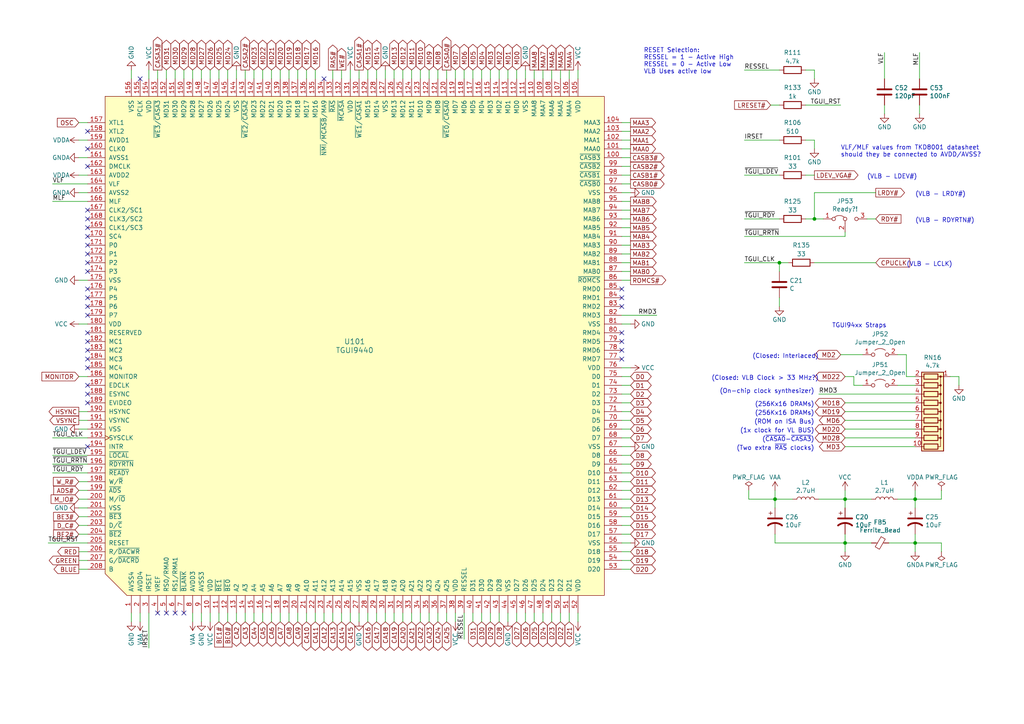
<source format=kicad_sch>
(kicad_sch (version 20211123) (generator eeschema)
  (paper "A4")
  (title_block (title "486 Sandy River Motherboard"))
  (lib_symbols
    (symbol "Device:C" (pin_numbers hide) (pin_names (offset 0.254))
      (property "Reference" "C" (at 0.635 2.54 0))
      (property "Value" "C" (at 0.635 -2.54 0))
      (symbol "C_1_1"
        (pin passive line (at 0 3.81 270) (length 2.794) (name "~") (number "1"))
        (pin passive line (at 0 -3.81 90) (length 2.794) (name "~") (number "2"))
      )
    )
    (symbol "Device:C_Polarized_US" (pin_numbers hide) (pin_names (offset 0.254) hide)
      (property "Reference" "C" (at 0.635 2.54 0))
      (property "Value" "C_Polarized_US" (at 0.635 -2.54 0))
      (symbol "C_Polarized_US_1_1"
        (pin passive line (at 0 3.81 270) (length 2.794) (name "~") (number "1"))
        (pin passive line (at 0 -3.81 90) (length 3.302) (name "~") (number "2"))
      )
    )
    (symbol "Device:FerriteBead_Small" (pin_numbers hide) (pin_names (offset 0))
      (property "Reference" "FB" (at 1.905 1.27 0))
      (property "Value" "FerriteBead_Small" (at 1.905 -1.27 0))
      (symbol "FerriteBead_Small_1_1"
        (pin passive line (at 0 2.54 270) (length 1.27) (name "~") (number "1"))
        (pin passive line (at 0 -2.54 90) (length 1.27) (name "~") (number "2"))
      )
    )
    (symbol "Device:L" (pin_numbers hide) (pin_names (offset 1.016) hide)
      (property "Reference" "L" (at -1.27 0 90))
      (property "Value" "L" (at 1.905 0 90))
      (symbol "L_1_1"
        (pin passive line (at 0 3.81 270) (length 1.27) (name "1") (number "1"))
        (pin passive line (at 0 -3.81 90) (length 1.27) (name "2") (number "2"))
      )
    )
    (symbol "Device:R" (pin_numbers hide) (pin_names (offset 0))
      (property "Reference" "R" (at 2.032 0 90))
      (property "Value" "R" (at 0 0 90))
      (symbol "R_1_1"
        (pin passive line (at 0 3.81 270) (length 1.27) (name "~") (number "1"))
        (pin passive line (at 0 -3.81 90) (length 1.27) (name "~") (number "2"))
      )
    )
    (symbol "Device:R_Network09" (pin_names (offset 0) hide)
      (property "Reference" "RN" (at -12.7 0 90))
      (property "Value" "R_Network09" (at 12.7 0 90))
      (symbol "R_Network09_1_1"
        (pin passive line (at -10.16 5.08 270) (length 2.54) (name "common") (number "1"))
        (pin passive line (at 10.16 -5.08 90) (length 1.27) (name "R9") (number "10"))
        (pin passive line (at -10.16 -5.08 90) (length 1.27) (name "R1") (number "2"))
        (pin passive line (at -7.62 -5.08 90) (length 1.27) (name "R2") (number "3"))
        (pin passive line (at -5.08 -5.08 90) (length 1.27) (name "R3") (number "4"))
        (pin passive line (at -2.54 -5.08 90) (length 1.27) (name "R4") (number "5"))
        (pin passive line (at 0 -5.08 90) (length 1.27) (name "R5") (number "6"))
        (pin passive line (at 2.54 -5.08 90) (length 1.27) (name "R6") (number "7"))
        (pin passive line (at 5.08 -5.08 90) (length 1.27) (name "R7") (number "8"))
        (pin passive line (at 7.62 -5.08 90) (length 1.27) (name "R8") (number "9"))
      )
    )
    (symbol "Jumper:Jumper_2_Open" (pin_names (offset 0) hide)
      (property "Reference" "JP" (at 0 2.794 0))
      (property "Value" "Jumper_2_Open" (at 0 -2.286 0))
      (symbol "Jumper_2_Open_1_1"
        (pin passive line (at -5.08 0 0) (length 2.54) (name "A") (number "1"))
        (pin passive line (at 5.08 0 180) (length 2.54) (name "B") (number "2"))
      )
    )
    (symbol "my_components:Jumper_3_Bridged12_Passive" (pin_names (offset 0) hide)
      (property "Reference" "JP" (at -2.54 -2.54 0))
      (property "Value" "Jumper_3_Bridged12_Passive" (at 0 2.794 0))
      (symbol "Jumper_3_Bridged12_Passive_1_1"
        (pin passive line (at -6.35 0 0) (length 2.54) (name "A") (number "1"))
        (pin passive line (at 0 -3.81 90) (length 2.54) (name "C") (number "2"))
        (pin passive line (at 6.35 0 180) (length 2.54) (name "B") (number "3"))
      )
    )
    (symbol "my_components:TGUI9440" (pin_names (offset 1.016))
      (property "Reference" "U" (at 0 1.27 0))
      (property "Value" "TGUI9440" (at 0 -1.27 0))
      (symbol "TGUI9440_1_1"
        (pin power_in line (at -64.77 -77.47 90) (length 5.08) (name "AVSS4") (number "1"))
        (pin power_in line (at -41.91 -77.47 90) (length 5.08) (name "VDD") (number "10"))
        (pin output line (at 77.47 54.61 180) (length 5.08) (name "~{CASB3}") (number "100"))
        (pin output line (at 77.47 57.15 180) (length 5.08) (name "MAA0") (number "101"))
        (pin output line (at 77.47 59.69 180) (length 5.08) (name "MAA1") (number "102"))
        (pin output line (at 77.47 62.23 180) (length 5.08) (name "MAA2") (number "103"))
        (pin output line (at 77.47 64.77 180) (length 5.08) (name "MAA3") (number "104"))
        (pin power_in line (at 64.77 77.47 270) (length 5.08) (name "VDD") (number "105"))
        (pin output line (at 62.23 77.47 270) (length 5.08) (name "MAA4") (number "106"))
        (pin output line (at 59.69 77.47 270) (length 5.08) (name "MAA5") (number "107"))
        (pin output line (at 57.15 77.47 270) (length 5.08) (name "MAA6") (number "108"))
        (pin output line (at 54.61 77.47 270) (length 5.08) (name "MAA7") (number "109"))
        (pin input line (at -39.37 -77.47 90) (length 5.08) (name "~{BE1}") (number "11"))
        (pin output line (at 52.07 77.47 270) (length 5.08) (name "MAA8") (number "110"))
        (pin power_in line (at 49.53 77.47 270) (length 5.08) (name "VSS") (number "111"))
        (pin tri_state line (at 46.99 77.47 270) (length 5.08) (name "MD0") (number "112"))
        (pin tri_state line (at 44.45 77.47 270) (length 5.08) (name "MD1") (number "113"))
        (pin tri_state line (at 41.91 77.47 270) (length 5.08) (name "MD2") (number "114"))
        (pin tri_state line (at 39.37 77.47 270) (length 5.08) (name "MD3") (number "115"))
        (pin tri_state line (at 36.83 77.47 270) (length 5.08) (name "MD4") (number "116"))
        (pin tri_state line (at 34.29 77.47 270) (length 5.08) (name "MD5") (number "117"))
        (pin tri_state line (at 31.75 77.47 270) (length 5.08) (name "MD6") (number "118"))
        (pin tri_state line (at 29.21 77.47 270) (length 5.08) (name "MD7") (number "119"))
        (pin input line (at -36.83 -77.47 90) (length 5.08) (name "~{BE0}") (number "12"))
        (pin output line (at 26.67 77.47 270) (length 5.08) (name "~{WE0}/~{CASA0}") (number "120"))
        (pin tri_state line (at 24.13 77.47 270) (length 5.08) (name "MD8") (number "121"))
        (pin tri_state line (at 21.59 77.47 270) (length 5.08) (name "MD9") (number "122"))
        (pin tri_state line (at 19.05 77.47 270) (length 5.08) (name "MD10") (number "123"))
        (pin tri_state line (at 16.51 77.47 270) (length 5.08) (name "MD11") (number "124"))
        (pin tri_state line (at 13.97 77.47 270) (length 5.08) (name "MD12") (number "125"))
        (pin tri_state line (at 11.43 77.47 270) (length 5.08) (name "MD13") (number "126"))
        (pin power_in line (at 8.89 77.47 270) (length 5.08) (name "VSS") (number "127"))
        (pin tri_state line (at 6.35 77.47 270) (length 5.08) (name "MD14") (number "128"))
        (pin tri_state line (at 3.81 77.47 270) (length 5.08) (name "MD15") (number "129"))
        (pin input line (at -34.29 -77.47 90) (length 5.08) (name "A2") (number "13"))
        (pin output line (at 1.27 77.47 270) (length 5.08) (name "~{WE1}/~{CASA1}") (number "130"))
        (pin power_in line (at -1.27 77.47 270) (length 5.08) (name "VDD") (number "131"))
        (pin output line (at -3.81 77.47 270) (length 5.08) (name "~{MCASA}") (number "132"))
        (pin output line (at -6.35 77.47 270) (length 5.08) (name "~{RAS}") (number "133"))
        (pin output line (at -8.89 77.47 270) (length 5.08) (name "~{NMI}/~{MCASB}/MA9") (number "134"))
        (pin tri_state line (at -11.43 77.47 270) (length 5.08) (name "MD16") (number "135"))
        (pin tri_state line (at -13.97 77.47 270) (length 5.08) (name "MD17") (number "136"))
        (pin tri_state line (at -16.51 77.47 270) (length 5.08) (name "MD18") (number "137"))
        (pin tri_state line (at -19.05 77.47 270) (length 5.08) (name "MD19") (number "138"))
        (pin tri_state line (at -21.59 77.47 270) (length 5.08) (name "MD20") (number "139"))
        (pin input line (at -31.75 -77.47 90) (length 5.08) (name "A3") (number "14"))
        (pin tri_state line (at -24.13 77.47 270) (length 5.08) (name "MD21") (number "140"))
        (pin tri_state line (at -26.67 77.47 270) (length 5.08) (name "MD22") (number "141"))
        (pin tri_state line (at -29.21 77.47 270) (length 5.08) (name "MD23") (number "142"))
        (pin output line (at -31.75 77.47 270) (length 5.08) (name "~{WE2}/~{CASA2}") (number "143"))
        (pin power_in line (at -34.29 77.47 270) (length 5.08) (name "VSS") (number "144"))
        (pin tri_state line (at -36.83 77.47 270) (length 5.08) (name "MD24") (number "145"))
        (pin tri_state line (at -39.37 77.47 270) (length 5.08) (name "MD25") (number "146"))
        (pin tri_state line (at -41.91 77.47 270) (length 5.08) (name "MD26") (number "147"))
        (pin tri_state line (at -44.45 77.47 270) (length 5.08) (name "MD27") (number "148"))
        (pin tri_state line (at -46.99 77.47 270) (length 5.08) (name "MD28") (number "149"))
        (pin input line (at -29.21 -77.47 90) (length 5.08) (name "A4") (number "15"))
        (pin tri_state line (at -49.53 77.47 270) (length 5.08) (name "MD29") (number "150"))
        (pin tri_state line (at -52.07 77.47 270) (length 5.08) (name "MD30") (number "151"))
        (pin tri_state line (at -54.61 77.47 270) (length 5.08) (name "MD31") (number "152"))
        (pin output line (at -57.15 77.47 270) (length 5.08) (name "~{WE3}/~{CASA3}") (number "153"))
        (pin power_in line (at -59.69 77.47 270) (length 5.08) (name "VDD") (number "154"))
        (pin bidirectional line (at -62.23 77.47 270) (length 5.08) (name "PCLK") (number "155"))
        (pin power_in line (at -64.77 77.47 270) (length 5.08) (name "VSS") (number "156"))
        (pin input line (at -77.47 64.77 0) (length 5.08) (name "XTL1") (number "157"))
        (pin output line (at -77.47 62.23 0) (length 5.08) (name "XTL2") (number "158"))
        (pin power_in line (at -77.47 59.69 0) (length 5.08) (name "AVDD1") (number "159"))
        (pin input line (at -26.67 -77.47 90) (length 5.08) (name "A5") (number "16"))
        (pin input line (at -77.47 57.15 0) (length 5.08) (name "CLK0") (number "160"))
        (pin power_in line (at -77.47 54.61 0) (length 5.08) (name "AVSS1") (number "161"))
        (pin input line (at -77.47 52.07 0) (length 5.08) (name "DMCLK") (number "162"))
        (pin power_in line (at -77.47 49.53 0) (length 5.08) (name "AVDD2") (number "163"))
        (pin output line (at -77.47 46.99 0) (length 5.08) (name "VLF") (number "164"))
        (pin power_in line (at -77.47 44.45 0) (length 5.08) (name "AVSS2") (number "165"))
        (pin output line (at -77.47 41.91 0) (length 5.08) (name "MLF") (number "166"))
        (pin bidirectional line (at -77.47 39.37 0) (length 5.08) (name "CLK2/SC1") (number "167"))
        (pin bidirectional line (at -77.47 36.83 0) (length 5.08) (name "CLK3/SC2") (number "168"))
        (pin bidirectional line (at -77.47 34.29 0) (length 5.08) (name "CLK1/SC3") (number "169"))
        (pin input line (at -24.13 -77.47 90) (length 5.08) (name "A6") (number "17"))
        (pin output line (at -77.47 31.75 0) (length 5.08) (name "SC4") (number "170"))
        (pin bidirectional line (at -77.47 29.21 0) (length 5.08) (name "P0") (number "171"))
        (pin bidirectional line (at -77.47 26.67 0) (length 5.08) (name "P1") (number "172"))
        (pin bidirectional line (at -77.47 24.13 0) (length 5.08) (name "P2") (number "173"))
        (pin bidirectional line (at -77.47 21.59 0) (length 5.08) (name "P3") (number "174"))
        (pin power_in line (at -77.47 19.05 0) (length 5.08) (name "VSS") (number "175"))
        (pin bidirectional line (at -77.47 16.51 0) (length 5.08) (name "P4") (number "176"))
        (pin bidirectional line (at -77.47 13.97 0) (length 5.08) (name "P5") (number "177"))
        (pin bidirectional line (at -77.47 11.43 0) (length 5.08) (name "P6") (number "178"))
        (pin bidirectional line (at -77.47 8.89 0) (length 5.08) (name "P7") (number "179"))
        (pin input line (at -21.59 -77.47 90) (length 5.08) (name "A7") (number "18"))
        (pin power_in line (at -77.47 6.35 0) (length 5.08) (name "VDD") (number "180"))
        (pin passive line (at -77.47 3.81 0) (length 5.08) (name "RESERVED") (number "181"))
        (pin output line (at -77.47 1.27 0) (length 5.08) (name "MC1") (number "182"))
        (pin output line (at -77.47 -1.27 0) (length 5.08) (name "MC2") (number "183"))
        (pin output line (at -77.47 -3.81 0) (length 5.08) (name "MC3") (number "184"))
        (pin output line (at -77.47 -6.35 0) (length 5.08) (name "MC4") (number "185"))
        (pin input line (at -77.47 -8.89 0) (length 5.08) (name "MONITOR") (number "186"))
        (pin input line (at -77.47 -11.43 0) (length 5.08) (name "EDCLK") (number "187"))
        (pin input line (at -77.47 -13.97 0) (length 5.08) (name "ESYNC") (number "188"))
        (pin input line (at -77.47 -16.51 0) (length 5.08) (name "EVIDEO") (number "189"))
        (pin input line (at -19.05 -77.47 90) (length 5.08) (name "A8") (number "19"))
        (pin output line (at -77.47 -19.05 0) (length 5.08) (name "HSYNC") (number "190"))
        (pin output line (at -77.47 -21.59 0) (length 5.08) (name "VSYNC") (number "191"))
        (pin power_in line (at -77.47 -24.13 0) (length 5.08) (name "VSS") (number "192"))
        (pin input clock (at -77.47 -26.67 0) (length 5.08) (name "SYSCLK") (number "193"))
        (pin output line (at -77.47 -29.21 0) (length 5.08) (name "INTR") (number "194"))
        (pin output line (at -77.47 -31.75 0) (length 5.08) (name "~{LOCAL}") (number "195"))
        (pin input line (at -77.47 -34.29 0) (length 5.08) (name "~{RDYRTN}") (number "196"))
        (pin output line (at -77.47 -36.83 0) (length 5.08) (name "~{READY}") (number "197"))
        (pin input line (at -77.47 -39.37 0) (length 5.08) (name "W/~{R}") (number "198"))
        (pin input line (at -77.47 -41.91 0) (length 5.08) (name "~{ADS}") (number "199"))
        (pin power_in line (at -62.23 -77.47 90) (length 5.08) (name "AVDD4") (number "2"))
        (pin input line (at -16.51 -77.47 90) (length 5.08) (name "A9") (number "20"))
        (pin input line (at -77.47 -44.45 0) (length 5.08) (name "M/~{IO}") (number "200"))
        (pin power_in line (at -77.47 -46.99 0) (length 5.08) (name "VSS") (number "201"))
        (pin input line (at -77.47 -49.53 0) (length 5.08) (name "~{BE3}") (number "202"))
        (pin input line (at -77.47 -52.07 0) (length 5.08) (name "D/~{C}") (number "203"))
        (pin input line (at -77.47 -54.61 0) (length 5.08) (name "~{BE2}") (number "204"))
        (pin input line (at -77.47 -57.15 0) (length 5.08) (name "RESET") (number "205"))
        (pin output line (at -77.47 -59.69 0) (length 5.08) (name "R/~{DACWR}") (number "206"))
        (pin output line (at -77.47 -62.23 0) (length 5.08) (name "G/~{DACRD}") (number "207"))
        (pin output line (at -77.47 -64.77 0) (length 5.08) (name "B") (number "208"))
        (pin input line (at -13.97 -77.47 90) (length 5.08) (name "A10") (number "21"))
        (pin input line (at -11.43 -77.47 90) (length 5.08) (name "A11") (number "22"))
        (pin input line (at -8.89 -77.47 90) (length 5.08) (name "A12") (number "23"))
        (pin input line (at -6.35 -77.47 90) (length 5.08) (name "A13") (number "24"))
        (pin input line (at -3.81 -77.47 90) (length 5.08) (name "A14") (number "25"))
        (pin input line (at -1.27 -77.47 90) (length 5.08) (name "A15") (number "26"))
        (pin power_in line (at 1.27 -77.47 90) (length 5.08) (name "VSS") (number "27"))
        (pin input line (at 3.81 -77.47 90) (length 5.08) (name "A16") (number "28"))
        (pin input line (at 6.35 -77.47 90) (length 5.08) (name "A17") (number "29"))
        (pin input line (at -59.69 -77.47 90) (length 5.08) (name "IRSET") (number "3"))
        (pin input line (at 8.89 -77.47 90) (length 5.08) (name "A18") (number "30"))
        (pin input line (at 11.43 -77.47 90) (length 5.08) (name "A19") (number "31"))
        (pin input line (at 13.97 -77.47 90) (length 5.08) (name "A20") (number "32"))
        (pin input line (at 16.51 -77.47 90) (length 5.08) (name "A21") (number "33"))
        (pin input line (at 19.05 -77.47 90) (length 5.08) (name "A22") (number "34"))
        (pin input line (at 21.59 -77.47 90) (length 5.08) (name "A23") (number "35"))
        (pin input line (at 24.13 -77.47 90) (length 5.08) (name "A24") (number "36"))
        (pin input line (at 26.67 -77.47 90) (length 5.08) (name "A25") (number "37"))
        (pin power_in line (at 29.21 -77.47 90) (length 5.08) (name "VDD") (number "38"))
        (pin input line (at 31.75 -77.47 90) (length 5.08) (name "RESSEL") (number "39"))
        (pin input line (at -57.15 -77.47 90) (length 5.08) (name "VREF") (number "4"))
        (pin tri_state line (at 34.29 -77.47 90) (length 5.08) (name "D31") (number "40"))
        (pin tri_state line (at 36.83 -77.47 90) (length 5.08) (name "D30") (number "41"))
        (pin tri_state line (at 39.37 -77.47 90) (length 5.08) (name "D29") (number "42"))
        (pin tri_state line (at 41.91 -77.47 90) (length 5.08) (name "D28") (number "43"))
        (pin power_in line (at 44.45 -77.47 90) (length 5.08) (name "VSS") (number "44"))
        (pin tri_state line (at 46.99 -77.47 90) (length 5.08) (name "D27") (number "45"))
        (pin tri_state line (at 49.53 -77.47 90) (length 5.08) (name "D26") (number "46"))
        (pin tri_state line (at 52.07 -77.47 90) (length 5.08) (name "D25") (number "47"))
        (pin tri_state line (at 54.61 -77.47 90) (length 5.08) (name "D24") (number "48"))
        (pin tri_state line (at 57.15 -77.47 90) (length 5.08) (name "D23") (number "49"))
        (pin output line (at -54.61 -77.47 90) (length 5.08) (name "RS0/RMA0") (number "5"))
        (pin tri_state line (at 59.69 -77.47 90) (length 5.08) (name "D22") (number "50"))
        (pin tri_state line (at 62.23 -77.47 90) (length 5.08) (name "D21") (number "51"))
        (pin power_in line (at 64.77 -77.47 90) (length 5.08) (name "VDD") (number "52"))
        (pin tri_state line (at 77.47 -64.77 180) (length 5.08) (name "D20") (number "53"))
        (pin tri_state line (at 77.47 -62.23 180) (length 5.08) (name "D19") (number "54"))
        (pin tri_state line (at 77.47 -59.69 180) (length 5.08) (name "D18") (number "55"))
        (pin power_in line (at 77.47 -57.15 180) (length 5.08) (name "VSS") (number "56"))
        (pin tri_state line (at 77.47 -54.61 180) (length 5.08) (name "D17") (number "57"))
        (pin tri_state line (at 77.47 -52.07 180) (length 5.08) (name "D16") (number "58"))
        (pin tri_state line (at 77.47 -49.53 180) (length 5.08) (name "D15") (number "59"))
        (pin output line (at -52.07 -77.47 90) (length 5.08) (name "RS1/RMA1") (number "6"))
        (pin tri_state line (at 77.47 -46.99 180) (length 5.08) (name "D14") (number "60"))
        (pin tri_state line (at 77.47 -44.45 180) (length 5.08) (name "D13") (number "61"))
        (pin tri_state line (at 77.47 -41.91 180) (length 5.08) (name "D12") (number "62"))
        (pin tri_state line (at 77.47 -39.37 180) (length 5.08) (name "D11") (number "63"))
        (pin tri_state line (at 77.47 -36.83 180) (length 5.08) (name "D10") (number "64"))
        (pin tri_state line (at 77.47 -34.29 180) (length 5.08) (name "D9") (number "65"))
        (pin tri_state line (at 77.47 -31.75 180) (length 5.08) (name "D8") (number "66"))
        (pin power_in line (at 77.47 -29.21 180) (length 5.08) (name "VSS") (number "67"))
        (pin tri_state line (at 77.47 -26.67 180) (length 5.08) (name "D7") (number "68"))
        (pin tri_state line (at 77.47 -24.13 180) (length 5.08) (name "D6") (number "69"))
        (pin bidirectional line (at -49.53 -77.47 90) (length 5.08) (name "~{BLANK}") (number "7"))
        (pin tri_state line (at 77.47 -21.59 180) (length 5.08) (name "D5") (number "70"))
        (pin tri_state line (at 77.47 -19.05 180) (length 5.08) (name "D4") (number "71"))
        (pin tri_state line (at 77.47 -16.51 180) (length 5.08) (name "D3") (number "72"))
        (pin tri_state line (at 77.47 -13.97 180) (length 5.08) (name "D2") (number "73"))
        (pin tri_state line (at 77.47 -11.43 180) (length 5.08) (name "D1") (number "74"))
        (pin tri_state line (at 77.47 -8.89 180) (length 5.08) (name "D0") (number "75"))
        (pin power_in line (at 77.47 -6.35 180) (length 5.08) (name "VDD") (number "76"))
        (pin tri_state line (at 77.47 -3.81 180) (length 5.08) (name "RMD7") (number "77"))
        (pin tri_state line (at 77.47 -1.27 180) (length 5.08) (name "RMD6") (number "78"))
        (pin tri_state line (at 77.47 1.27 180) (length 5.08) (name "RMD5") (number "79"))
        (pin power_in line (at -46.99 -77.47 90) (length 5.08) (name "AVDD3") (number "8"))
        (pin tri_state line (at 77.47 3.81 180) (length 5.08) (name "RMD4") (number "80"))
        (pin power_in line (at 77.47 6.35 180) (length 5.08) (name "VSS") (number "81"))
        (pin tri_state line (at 77.47 8.89 180) (length 5.08) (name "RMD3") (number "82"))
        (pin tri_state line (at 77.47 11.43 180) (length 5.08) (name "RMD2") (number "83"))
        (pin tri_state line (at 77.47 13.97 180) (length 5.08) (name "RMD1") (number "84"))
        (pin tri_state line (at 77.47 16.51 180) (length 5.08) (name "RMD0") (number "85"))
        (pin output line (at 77.47 19.05 180) (length 5.08) (name "~{ROMCS}") (number "86"))
        (pin output line (at 77.47 21.59 180) (length 5.08) (name "MAB0") (number "87"))
        (pin output line (at 77.47 24.13 180) (length 5.08) (name "MAB1") (number "88"))
        (pin output line (at 77.47 26.67 180) (length 5.08) (name "MAB2") (number "89"))
        (pin power_in line (at -44.45 -77.47 90) (length 5.08) (name "AVSS3") (number "9"))
        (pin output line (at 77.47 29.21 180) (length 5.08) (name "MAB3") (number "90"))
        (pin output line (at 77.47 31.75 180) (length 5.08) (name "MAB4") (number "91"))
        (pin output line (at 77.47 34.29 180) (length 5.08) (name "MAB5") (number "92"))
        (pin output line (at 77.47 36.83 180) (length 5.08) (name "MAB6") (number "93"))
        (pin output line (at 77.47 39.37 180) (length 5.08) (name "MAB7") (number "94"))
        (pin output line (at 77.47 41.91 180) (length 5.08) (name "MAB8") (number "95"))
        (pin power_in line (at 77.47 44.45 180) (length 5.08) (name "VSS") (number "96"))
        (pin output line (at 77.47 46.99 180) (length 5.08) (name "~{CASB0}") (number "97"))
        (pin output line (at 77.47 49.53 180) (length 5.08) (name "~{CASB1}") (number "98"))
        (pin output line (at 77.47 52.07 180) (length 5.08) (name "~{CASB2}") (number "99"))
      )
    )
    (symbol "power:GND" (power) (pin_names (offset 0))
      (property "Value" "GND" (at 0 -3.81 0))
      (symbol "GND_1_1"
        (pin power_in line (at 0 0 270) (length 0) hide (name "GND") (number "1"))
      )
    )
    (symbol "power:GNDA" (power) (pin_names (offset 0))
      (property "Value" "GNDA" (at 0 -3.81 0))
      (symbol "GNDA_1_1"
        (pin power_in line (at 0 0 270) (length 0) hide (name "GNDA") (number "1"))
      )
    )
    (symbol "power:PWR_FLAG" (power) (pin_numbers hide) (pin_names (offset 0) hide)
      (property "Value" "PWR_FLAG" (at 0 3.81 0))
      (symbol "PWR_FLAG_0_0"
        (pin power_out line (at 0 0 90) (length 0) (name "pwr") (number "1"))
      )
    )
    (symbol "power:VAA" (power) (pin_names (offset 0))
      (property "Value" "VAA" (at 0 3.81 0))
      (symbol "VAA_1_1"
        (pin power_in line (at 0 0 90) (length 0) hide (name "VAA") (number "1"))
      )
    )
    (symbol "power:VCC" (power) (pin_names (offset 0))
      (property "Value" "VCC" (at 0 3.81 0))
      (symbol "VCC_1_1"
        (pin power_in line (at 0 0 90) (length 0) hide (name "VCC") (number "1"))
      )
    )
    (symbol "power:VDDA" (power) (pin_names (offset 0))
      (property "Value" "VDDA" (at 0 3.81 0))
      (symbol "VDDA_1_1"
        (pin power_in line (at 0 0 90) (length 0) hide (name "VDDA") (number "1"))
      )
    )
  )
  (junction (at 265.43 144.78))
  (junction (at 226.06 76.2))
  (junction (at 245.11 157.48))
  (junction (at 245.11 144.78))
  (junction (at 236.22 63.5))
  (junction (at 224.79 144.78))
  (junction (at 265.43 157.48))
  (no_connect (at 25.4 96.52))
  (no_connect (at 25.4 86.36))
  (no_connect (at 180.34 96.52))
  (no_connect (at 25.4 43.18))
  (no_connect (at 25.4 38.1))
  (no_connect (at 25.4 99.06))
  (no_connect (at 25.4 68.58))
  (no_connect (at 25.4 76.2))
  (no_connect (at 25.4 83.82))
  (no_connect (at 25.4 104.14))
  (no_connect (at 180.34 86.36))
  (no_connect (at 25.4 48.26))
  (no_connect (at 25.4 106.68))
  (no_connect (at 180.34 99.06))
  (no_connect (at 45.72 177.8))
  (no_connect (at 180.34 83.82))
  (no_connect (at 25.4 91.44))
  (no_connect (at 25.4 66.04))
  (no_connect (at 25.4 114.3))
  (no_connect (at 25.4 63.5))
  (no_connect (at 25.4 60.96))
  (no_connect (at 25.4 111.76))
  (no_connect (at 180.34 104.14))
  (no_connect (at 25.4 73.66))
  (no_connect (at 25.4 101.6))
  (no_connect (at 25.4 78.74))
  (no_connect (at 50.8 177.8))
  (no_connect (at 48.26 177.8))
  (no_connect (at 25.4 88.9))
  (no_connect (at 180.34 101.6))
  (no_connect (at 53.34 177.8))
  (no_connect (at 25.4 116.84))
  (no_connect (at 25.4 71.12))
  (no_connect (at 180.34 88.9))
  (no_connect (at 40.64 22.86))
  (no_connect (at 93.98 22.86))
  (no_connect (at 25.4 129.54))
  (wire (pts (xy 180.34 63.5) (xy 182.88 63.5)))
  (wire (pts (xy 149.86 22.86) (xy 149.86 20.32)))
  (wire (pts (xy 81.28 22.86) (xy 81.28 20.32)))
  (wire (pts (xy 257.81 157.48) (xy 265.43 157.48)))
  (wire (pts (xy 236.22 76.2) (xy 254 76.2)))
  (wire (pts (xy 25.4 127) (xy 15.24 127)))
  (wire (pts (xy 226.06 20.32) (xy 215.9 20.32)))
  (wire (pts (xy 245.11 144.78) (xy 245.11 147.32)))
  (wire (pts (xy 245.11 68.58) (xy 245.11 67.31)))
  (wire (pts (xy 53.34 22.86) (xy 53.34 20.32)))
  (wire (pts (xy 25.4 40.64) (xy 22.86 40.64)))
  (wire (pts (xy 121.92 180.34) (xy 121.92 177.8)))
  (wire (pts (xy 180.34 160.02) (xy 182.88 160.02)))
  (wire (pts (xy 40.64 177.8) (xy 40.64 180.34)))
  (wire (pts (xy 180.34 73.66) (xy 182.88 73.66)))
  (wire (pts (xy 132.08 180.34) (xy 132.08 177.8)))
  (wire (pts (xy 134.62 185.42) (xy 134.62 177.8)))
  (wire (pts (xy 99.06 22.86) (xy 99.06 20.32)))
  (wire (pts (xy 224.79 144.78) (xy 224.79 142.24)))
  (wire (pts (xy 25.4 109.22) (xy 22.86 109.22)))
  (wire (pts (xy 252.73 144.78) (xy 245.11 144.78)))
  (wire (pts (xy 165.1 180.34) (xy 165.1 177.8)))
  (wire (pts (xy 180.34 58.42) (xy 182.88 58.42)))
  (wire (pts (xy 180.34 66.04) (xy 182.88 66.04)))
  (wire (pts (xy 86.36 22.86) (xy 86.36 20.32)))
  (wire (pts (xy 25.4 53.34) (xy 15.24 53.34)))
  (wire (pts (xy 152.4 22.86) (xy 152.4 20.32)))
  (wire (pts (xy 86.36 180.34) (xy 86.36 177.8)))
  (wire (pts (xy 180.34 121.92) (xy 182.88 121.92)))
  (wire (pts (xy 215.9 68.58) (xy 245.11 68.58)))
  (wire (pts (xy 78.74 22.86) (xy 78.74 20.32)))
  (wire (pts (xy 180.34 93.98) (xy 182.88 93.98)))
  (wire (pts (xy 38.1 20.32) (xy 38.1 22.86)))
  (wire (pts (xy 50.8 22.86) (xy 50.8 20.32)))
  (wire (pts (xy 180.34 114.3) (xy 182.88 114.3)))
  (wire (pts (xy 245.11 154.94) (xy 245.11 157.48)))
  (wire (pts (xy 25.4 81.28) (xy 22.86 81.28)))
  (wire (pts (xy 226.06 78.74) (xy 226.06 76.2)))
  (wire (pts (xy 45.72 22.86) (xy 45.72 20.32)))
  (wire (pts (xy 121.92 22.86) (xy 121.92 20.32)))
  (wire (pts (xy 66.04 22.86) (xy 66.04 20.32)))
  (wire (pts (xy 256.54 30.48) (xy 256.54 33.02)))
  (wire (pts (xy 129.54 22.86) (xy 129.54 20.32)))
  (wire (pts (xy 273.05 144.78) (xy 273.05 142.24)))
  (wire (pts (xy 224.79 144.78) (xy 224.79 147.32)))
  (wire (pts (xy 226.06 86.36) (xy 226.06 88.9)))
  (wire (pts (xy 217.17 144.78) (xy 217.17 142.24)))
  (wire (pts (xy 180.34 35.56) (xy 182.88 35.56)))
  (wire (pts (xy 160.02 22.86) (xy 160.02 20.32)))
  (wire (pts (xy 266.7 30.48) (xy 266.7 33.02)))
  (wire (pts (xy 245.11 144.78) (xy 245.11 142.24)))
  (wire (pts (xy 43.18 187.96) (xy 43.18 177.8)))
  (wire (pts (xy 265.43 109.22) (xy 262.89 109.22)))
  (wire (pts (xy 48.26 22.86) (xy 48.26 20.32)))
  (wire (pts (xy 55.88 22.86) (xy 55.88 20.32)))
  (wire (pts (xy 106.68 180.34) (xy 106.68 177.8)))
  (wire (pts (xy 245.11 127) (xy 265.43 127)))
  (wire (pts (xy 25.4 93.98) (xy 22.86 93.98)))
  (wire (pts (xy 260.35 111.76) (xy 265.43 111.76)))
  (wire (pts (xy 180.34 137.16) (xy 182.88 137.16)))
  (wire (pts (xy 265.43 144.78) (xy 273.05 144.78)))
  (wire (pts (xy 25.4 132.08) (xy 15.24 132.08)))
  (wire (pts (xy 99.06 180.34) (xy 99.06 177.8)))
  (wire (pts (xy 157.48 180.34) (xy 157.48 177.8)))
  (wire (pts (xy 236.22 20.32) (xy 236.22 22.86)))
  (wire (pts (xy 180.34 132.08) (xy 182.88 132.08)))
  (wire (pts (xy 180.34 60.96) (xy 182.88 60.96)))
  (wire (pts (xy 55.88 180.34) (xy 55.88 177.8)))
  (wire (pts (xy 25.4 152.4) (xy 22.86 152.4)))
  (wire (pts (xy 25.4 137.16) (xy 15.24 137.16)))
  (wire (pts (xy 236.22 40.64) (xy 236.22 43.18)))
  (wire (pts (xy 63.5 180.34) (xy 63.5 177.8)))
  (wire (pts (xy 76.2 22.86) (xy 76.2 20.32)))
  (wire (pts (xy 25.4 162.56) (xy 22.86 162.56)))
  (wire (pts (xy 237.49 144.78) (xy 245.11 144.78)))
  (wire (pts (xy 215.9 40.64) (xy 226.06 40.64)))
  (wire (pts (xy 73.66 180.34) (xy 73.66 177.8)))
  (wire (pts (xy 149.86 180.34) (xy 149.86 177.8)))
  (wire (pts (xy 180.34 149.86) (xy 182.88 149.86)))
  (wire (pts (xy 96.52 22.86) (xy 96.52 20.32)))
  (wire (pts (xy 76.2 180.34) (xy 76.2 177.8)))
  (wire (pts (xy 265.43 114.3) (xy 237.49 114.3)))
  (wire (pts (xy 154.94 180.34) (xy 154.94 177.8)))
  (wire (pts (xy 167.64 180.34) (xy 167.64 177.8)))
  (wire (pts (xy 224.79 154.94) (xy 224.79 157.48)))
  (wire (pts (xy 137.16 180.34) (xy 137.16 177.8)))
  (wire (pts (xy 25.4 139.7) (xy 22.86 139.7)))
  (wire (pts (xy 180.34 111.76) (xy 182.88 111.76)))
  (wire (pts (xy 265.43 157.48) (xy 265.43 154.94)))
  (wire (pts (xy 180.34 165.1) (xy 182.88 165.1)))
  (wire (pts (xy 180.34 134.62) (xy 182.88 134.62)))
  (wire (pts (xy 180.34 124.46) (xy 182.88 124.46)))
  (wire (pts (xy 180.34 91.44) (xy 190.5 91.44)))
  (wire (pts (xy 180.34 43.18) (xy 182.88 43.18)))
  (wire (pts (xy 233.68 63.5) (xy 236.22 63.5)))
  (wire (pts (xy 127 22.86) (xy 127 20.32)))
  (wire (pts (xy 266.7 22.86) (xy 266.7 15.24)))
  (wire (pts (xy 25.4 147.32) (xy 22.86 147.32)))
  (wire (pts (xy 245.11 119.38) (xy 265.43 119.38)))
  (wire (pts (xy 160.02 180.34) (xy 160.02 177.8)))
  (wire (pts (xy 129.54 180.34) (xy 129.54 177.8)))
  (wire (pts (xy 180.34 106.68) (xy 182.88 106.68)))
  (wire (pts (xy 180.34 154.94) (xy 182.88 154.94)))
  (wire (pts (xy 104.14 180.34) (xy 104.14 177.8)))
  (wire (pts (xy 180.34 45.72) (xy 182.88 45.72)))
  (wire (pts (xy 180.34 162.56) (xy 182.88 162.56)))
  (wire (pts (xy 142.24 180.34) (xy 142.24 177.8)))
  (wire (pts (xy 58.42 180.34) (xy 58.42 177.8)))
  (wire (pts (xy 25.4 144.78) (xy 22.86 144.78)))
  (wire (pts (xy 71.12 22.86) (xy 71.12 20.32)))
  (wire (pts (xy 63.5 22.86) (xy 63.5 20.32)))
  (wire (pts (xy 180.34 76.2) (xy 182.88 76.2)))
  (wire (pts (xy 25.4 45.72) (xy 22.86 45.72)))
  (wire (pts (xy 236.22 63.5) (xy 238.76 63.5)))
  (wire (pts (xy 127 180.34) (xy 127 177.8)))
  (wire (pts (xy 25.4 165.1) (xy 22.86 165.1)))
  (wire (pts (xy 265.43 124.46) (xy 245.11 124.46)))
  (wire (pts (xy 91.44 180.34) (xy 91.44 177.8)))
  (wire (pts (xy 224.79 157.48) (xy 245.11 157.48)))
  (wire (pts (xy 147.32 180.34) (xy 147.32 177.8)))
  (wire (pts (xy 106.68 22.86) (xy 106.68 20.32)))
  (wire (pts (xy 265.43 144.78) (xy 265.43 147.32)))
  (wire (pts (xy 180.34 53.34) (xy 182.88 53.34)))
  (wire (pts (xy 132.08 22.86) (xy 132.08 20.32)))
  (wire (pts (xy 101.6 22.86) (xy 101.6 20.32)))
  (wire (pts (xy 180.34 129.54) (xy 182.88 129.54)))
  (wire (pts (xy 139.7 180.34) (xy 139.7 177.8)))
  (wire (pts (xy 245.11 116.84) (xy 265.43 116.84)))
  (wire (pts (xy 58.42 22.86) (xy 58.42 20.32)))
  (wire (pts (xy 96.52 180.34) (xy 96.52 177.8)))
  (wire (pts (xy 180.34 157.48) (xy 182.88 157.48)))
  (wire (pts (xy 139.7 22.86) (xy 139.7 20.32)))
  (wire (pts (xy 215.9 76.2) (xy 226.06 76.2)))
  (wire (pts (xy 180.34 78.74) (xy 182.88 78.74)))
  (wire (pts (xy 71.12 180.34) (xy 71.12 177.8)))
  (wire (pts (xy 233.68 20.32) (xy 236.22 20.32)))
  (wire (pts (xy 180.34 40.64) (xy 182.88 40.64)))
  (wire (pts (xy 109.22 22.86) (xy 109.22 20.32)))
  (wire (pts (xy 262.89 102.87) (xy 260.35 102.87)))
  (wire (pts (xy 25.4 35.56) (xy 22.86 35.56)))
  (wire (pts (xy 116.84 180.34) (xy 116.84 177.8)))
  (wire (pts (xy 245.11 109.22) (xy 247.65 109.22)))
  (wire (pts (xy 25.4 58.42) (xy 15.24 58.42)))
  (wire (pts (xy 233.68 30.48) (xy 243.84 30.48)))
  (wire (pts (xy 180.34 48.26) (xy 182.88 48.26)))
  (wire (pts (xy 226.06 76.2) (xy 228.6 76.2)))
  (wire (pts (xy 180.34 147.32) (xy 182.88 147.32)))
  (wire (pts (xy 260.35 144.78) (xy 265.43 144.78)))
  (wire (pts (xy 93.98 180.34) (xy 93.98 177.8)))
  (wire (pts (xy 111.76 22.86) (xy 111.76 20.32)))
  (wire (pts (xy 25.4 154.94) (xy 22.86 154.94)))
  (wire (pts (xy 88.9 180.34) (xy 88.9 177.8)))
  (wire (pts (xy 91.44 22.86) (xy 91.44 20.32)))
  (wire (pts (xy 247.65 109.22) (xy 247.65 111.76)))
  (wire (pts (xy 147.32 22.86) (xy 147.32 20.32)))
  (wire (pts (xy 25.4 149.86) (xy 22.86 149.86)))
  (wire (pts (xy 68.58 20.32) (xy 68.58 22.86)))
  (wire (pts (xy 265.43 157.48) (xy 265.43 160.02)))
  (wire (pts (xy 251.46 63.5) (xy 254 63.5)))
  (wire (pts (xy 226.06 50.8) (xy 215.9 50.8)))
  (wire (pts (xy 144.78 22.86) (xy 144.78 20.32)))
  (wire (pts (xy 236.22 55.88) (xy 254 55.88)))
  (wire (pts (xy 233.68 50.8) (xy 236.22 50.8)))
  (wire (pts (xy 38.1 177.8) (xy 38.1 180.34)))
  (wire (pts (xy 68.58 177.8) (xy 68.58 180.34)))
  (wire (pts (xy 247.65 111.76) (xy 250.19 111.76)))
  (wire (pts (xy 165.1 22.86) (xy 165.1 20.32)))
  (wire (pts (xy 25.4 50.8) (xy 22.86 50.8)))
  (wire (pts (xy 180.34 116.84) (xy 182.88 116.84)))
  (wire (pts (xy 25.4 134.62) (xy 15.24 134.62)))
  (wire (pts (xy 245.11 157.48) (xy 245.11 160.02)))
  (wire (pts (xy 83.82 22.86) (xy 83.82 20.32)))
  (wire (pts (xy 25.4 119.38) (xy 22.86 119.38)))
  (wire (pts (xy 111.76 180.34) (xy 111.76 177.8)))
  (wire (pts (xy 180.34 68.58) (xy 182.88 68.58)))
  (wire (pts (xy 25.4 55.88) (xy 22.86 55.88)))
  (wire (pts (xy 73.66 22.86) (xy 73.66 20.32)))
  (wire (pts (xy 157.48 22.86) (xy 157.48 20.32)))
  (wire (pts (xy 83.82 180.34) (xy 83.82 177.8)))
  (wire (pts (xy 245.11 121.92) (xy 265.43 121.92)))
  (wire (pts (xy 60.96 22.86) (xy 60.96 20.32)))
  (wire (pts (xy 265.43 157.48) (xy 273.05 157.48)))
  (wire (pts (xy 233.68 40.64) (xy 236.22 40.64)))
  (wire (pts (xy 180.34 38.1) (xy 182.88 38.1)))
  (wire (pts (xy 119.38 180.34) (xy 119.38 177.8)))
  (wire (pts (xy 236.22 63.5) (xy 236.22 55.88)))
  (wire (pts (xy 25.4 142.24) (xy 22.86 142.24)))
  (wire (pts (xy 180.34 152.4) (xy 182.88 152.4)))
  (wire (pts (xy 245.11 129.54) (xy 265.43 129.54)))
  (wire (pts (xy 119.38 22.86) (xy 119.38 20.32)))
  (wire (pts (xy 124.46 22.86) (xy 124.46 20.32)))
  (wire (pts (xy 273.05 160.02) (xy 273.05 157.48)))
  (wire (pts (xy 144.78 180.34) (xy 144.78 177.8)))
  (wire (pts (xy 226.06 63.5) (xy 215.9 63.5)))
  (wire (pts (xy 278.13 109.22) (xy 278.13 111.76)))
  (wire (pts (xy 229.87 144.78) (xy 224.79 144.78)))
  (wire (pts (xy 180.34 142.24) (xy 182.88 142.24)))
  (wire (pts (xy 152.4 180.34) (xy 152.4 177.8)))
  (wire (pts (xy 180.34 71.12) (xy 182.88 71.12)))
  (wire (pts (xy 43.18 22.86) (xy 43.18 20.32)))
  (wire (pts (xy 124.46 180.34) (xy 124.46 177.8)))
  (wire (pts (xy 275.59 109.22) (xy 278.13 109.22)))
  (wire (pts (xy 142.24 22.86) (xy 142.24 20.32)))
  (wire (pts (xy 167.64 22.86) (xy 167.64 20.32)))
  (wire (pts (xy 81.28 180.34) (xy 81.28 177.8)))
  (wire (pts (xy 114.3 180.34) (xy 114.3 177.8)))
  (wire (pts (xy 226.06 30.48) (xy 223.52 30.48)))
  (wire (pts (xy 180.34 50.8) (xy 182.88 50.8)))
  (wire (pts (xy 78.74 180.34) (xy 78.74 177.8)))
  (wire (pts (xy 180.34 144.78) (xy 182.88 144.78)))
  (wire (pts (xy 134.62 22.86) (xy 134.62 20.32)))
  (wire (pts (xy 162.56 22.86) (xy 162.56 20.32)))
  (wire (pts (xy 137.16 22.86) (xy 137.16 20.32)))
  (wire (pts (xy 25.4 157.48) (xy 13.97 157.48)))
  (wire (pts (xy 180.34 127) (xy 182.88 127)))
  (wire (pts (xy 154.94 22.86) (xy 154.94 20.32)))
  (wire (pts (xy 104.14 22.86) (xy 104.14 20.32)))
  (wire (pts (xy 180.34 81.28) (xy 182.88 81.28)))
  (wire (pts (xy 114.3 22.86) (xy 114.3 20.32)))
  (wire (pts (xy 60.96 180.34) (xy 60.96 177.8)))
  (wire (pts (xy 265.43 144.78) (xy 265.43 142.24)))
  (wire (pts (xy 66.04 180.34) (xy 66.04 177.8)))
  (wire (pts (xy 224.79 144.78) (xy 217.17 144.78)))
  (wire (pts (xy 116.84 22.86) (xy 116.84 20.32)))
  (wire (pts (xy 180.34 119.38) (xy 182.88 119.38)))
  (wire (pts (xy 88.9 22.86) (xy 88.9 20.32)))
  (wire (pts (xy 25.4 121.92) (xy 22.86 121.92)))
  (wire (pts (xy 256.54 22.86) (xy 256.54 15.24)))
  (wire (pts (xy 25.4 160.02) (xy 22.86 160.02)))
  (wire (pts (xy 252.73 157.48) (xy 245.11 157.48)))
  (wire (pts (xy 162.56 180.34) (xy 162.56 177.8)))
  (wire (pts (xy 262.89 109.22) (xy 262.89 102.87)))
  (wire (pts (xy 250.19 102.87) (xy 243.84 102.87)))
  (wire (pts (xy 180.34 109.22) (xy 182.88 109.22)))
  (wire (pts (xy 180.34 55.88) (xy 182.88 55.88)))
  (wire (pts (xy 101.6 180.34) (xy 101.6 177.8)))
  (wire (pts (xy 25.4 124.46) (xy 22.86 124.46)))
  (wire (pts (xy 109.22 180.34) (xy 109.22 177.8)))
  (wire (pts (xy 180.34 139.7) (xy 182.88 139.7)))
  (text "(256Kx16 DRAMs)" (at 236.22 120.65 180) (effects (font (size 1.27 1.27)) (justify right bottom)))
  (text "(ROM on ISA Bus)" (at 236.22 123.19 180) (effects (font (size 1.27 1.27)) (justify right bottom)))
  (text "(~{CASA0}-~{CASA3})" (at 236.22 128.27 180) (effects (font (size 1.27 1.27)) (justify right bottom)))
  (text "TGUI94xx Straps" (at 241.3 95.25 0) (effects (font (size 1.27 1.27)) (justify left bottom)))
  (text "(On-chip clock synthesizer)" (at 236.22 114.3 180) (effects (font (size 1.27 1.27)) (justify right bottom)))
  (text "(VLB - LRDY#)" (at 265.43 57.15 0) (effects (font (size 1.27 1.27)) (justify left bottom)))
  (text "RESET Selection:\nRESSEL = 1 - Active High\nRESSEL = 0 - Active Low\nVLB Uses active low" (at 186.69 21.59 0) (effects (font (size 1.27 1.27)) (justify left bottom)))
  (text "(VLB - RDYRTN#)" (at 265.43 64.77 0) (effects (font (size 1.27 1.27)) (justify left bottom)))
  (text "(1x clock for VL BUS)" (at 236.22 125.73 180) (effects (font (size 1.27 1.27)) (justify right bottom)))
  (text "(VLB - LDEV#)" (at 251.46 52.07 0) (effects (font (size 1.27 1.27)) (justify left bottom)))
  (text "(Closed: VLB Clock > 33 MHz?)" (at 237.49 110.49 180) (effects (font (size 1.27 1.27)) (justify right bottom)))
  (text "(VLB - LCLK)" (at 262.89 77.47 0) (effects (font (size 1.27 1.27)) (justify left bottom)))
  (text "(Closed: Interlaced)" (at 237.49 104.14 180) (effects (font (size 1.27 1.27)) (justify right bottom)))
  (text "(Two extra ~{RAS} clocks)" (at 236.22 130.81 180) (effects (font (size 1.27 1.27)) (justify right bottom)))
  (text "VLF/MLF values from TKD8001 datasheet\nshould they be connected to AVDD/AVSS?" (at 243.84 45.72 0) (effects (font (size 1.27 1.27)) (justify left bottom)))
  (text "(256Kx16 DRAMs)" (at 236.22 118.11 180) (effects (font (size 1.27 1.27)) (justify right bottom)))
  (label "MLF" (at 266.7 15.24 270))
  (label "RESSEL" (at 215.9 20.32 0))
  (label "~{TGUI_LDEV}" (at 215.9 50.8 0))
  (label "VLF" (at 15.24 53.34 0))
  (label "RMD3" (at 237.49 114.3 0))
  (label "TGUI_CLK" (at 215.9 76.2 0))
  (label "TGUI_RST" (at 13.97 157.48 0))
  (label "~{TGUI_RDY}" (at 215.9 63.5 0))
  (label "RMD3" (at 190.5 91.44 180))
  (label "TGUI_CLK" (at 15.24 127 0))
  (label "RESSEL" (at 134.62 185.42 90))
  (label "VLF" (at 256.54 15.24 270))
  (label "~{TGUI_RDY}" (at 15.24 137.16 0))
  (label "IRSET" (at 43.18 187.96 90))
  (label "MLF" (at 15.24 58.42 0))
  (label "~{TGUI_LDEV}" (at 15.24 132.08 0))
  (label "IRSET" (at 215.9 40.64 0))
  (label "TGUI_RST" (at 243.84 30.48 180))
  (label "~{TGUI_RRTN}" (at 215.9 68.58 0))
  (label "~{TGUI_RRTN}" (at 15.24 134.62 0))
  (global_label "BE3#" (shape input) (at 22.86 149.86 180) (property "Intersheet References" "${INTERSHEET_REFS}" (effects hide)))
  (global_label "MD23" (shape bidirectional) (at 73.66 20.32 90) (property "Intersheet References" "${INTERSHEET_REFS}" (effects hide)))
  (global_label "CA7" (shape bidirectional) (at 81.28 180.34 270) (property "Intersheet References" "${INTERSHEET_REFS}" (effects hide)))
  (global_label "MD2" (shape bidirectional) (at 243.84 102.87 180) (property "Intersheet References" "${INTERSHEET_REFS}" (effects hide)))
  (global_label "MAB6" (shape output) (at 182.88 63.5 0) (property "Intersheet References" "${INTERSHEET_REFS}" (effects hide)))
  (global_label "MAB8" (shape output) (at 182.88 58.42 0) (property "Intersheet References" "${INTERSHEET_REFS}" (effects hide)))
  (global_label "CA4" (shape bidirectional) (at 73.66 180.34 270) (property "Intersheet References" "${INTERSHEET_REFS}" (effects hide)))
  (global_label "MD30" (shape bidirectional) (at 50.8 20.32 90) (property "Intersheet References" "${INTERSHEET_REFS}" (effects hide)))
  (global_label "MAB0" (shape output) (at 182.88 78.74 0) (property "Intersheet References" "${INTERSHEET_REFS}" (effects hide)))
  (global_label "MD11" (shape bidirectional) (at 119.38 20.32 90) (property "Intersheet References" "${INTERSHEET_REFS}" (effects hide)))
  (global_label "CASB1#" (shape output) (at 182.88 50.8 0) (property "Intersheet References" "${INTERSHEET_REFS}" (effects hide)))
  (global_label "CA21" (shape bidirectional) (at 119.38 180.34 270) (property "Intersheet References" "${INTERSHEET_REFS}" (effects hide)))
  (global_label "MD12" (shape bidirectional) (at 116.84 20.32 90) (property "Intersheet References" "${INTERSHEET_REFS}" (effects hide)))
  (global_label "MD28" (shape bidirectional) (at 245.11 127 180) (property "Intersheet References" "${INTERSHEET_REFS}" (effects hide)))
  (global_label "CASB3#" (shape output) (at 182.88 45.72 0) (property "Intersheet References" "${INTERSHEET_REFS}" (effects hide)))
  (global_label "MD2" (shape bidirectional) (at 144.78 20.32 90) (property "Intersheet References" "${INTERSHEET_REFS}" (effects hide)))
  (global_label "MAA4" (shape output) (at 165.1 20.32 90) (property "Intersheet References" "${INTERSHEET_REFS}" (effects hide)))
  (global_label "D7" (shape bidirectional) (at 182.88 127 0) (property "Intersheet References" "${INTERSHEET_REFS}" (effects hide)))
  (global_label "D30" (shape bidirectional) (at 139.7 180.34 270) (property "Intersheet References" "${INTERSHEET_REFS}" (effects hide)))
  (global_label "LDEV_VGA#" (shape output) (at 236.22 50.8 0) (property "Intersheet References" "${INTERSHEET_REFS}" (effects hide)))
  (global_label "ROMCS#" (shape output) (at 182.88 81.28 0) (property "Intersheet References" "${INTERSHEET_REFS}" (effects hide)))
  (global_label "MD20" (shape bidirectional) (at 245.11 124.46 180) (property "Intersheet References" "${INTERSHEET_REFS}" (effects hide)))
  (global_label "D20" (shape bidirectional) (at 182.88 165.1 0) (property "Intersheet References" "${INTERSHEET_REFS}" (effects hide)))
  (global_label "MD4" (shape bidirectional) (at 139.7 20.32 90) (property "Intersheet References" "${INTERSHEET_REFS}" (effects hide)))
  (global_label "MD8" (shape bidirectional) (at 127 20.32 90) (property "Intersheet References" "${INTERSHEET_REFS}" (effects hide)))
  (global_label "D11" (shape bidirectional) (at 182.88 139.7 0) (property "Intersheet References" "${INTERSHEET_REFS}" (effects hide)))
  (global_label "CASA2#" (shape output) (at 71.12 20.32 90) (property "Intersheet References" "${INTERSHEET_REFS}" (effects hide)))
  (global_label "D4" (shape bidirectional) (at 182.88 119.38 0) (property "Intersheet References" "${INTERSHEET_REFS}" (effects hide)))
  (global_label "CA5" (shape bidirectional) (at 76.2 180.34 270) (property "Intersheet References" "${INTERSHEET_REFS}" (effects hide)))
  (global_label "MAA2" (shape output) (at 182.88 38.1 0) (property "Intersheet References" "${INTERSHEET_REFS}" (effects hide)))
  (global_label "MD15" (shape bidirectional) (at 106.68 20.32 90) (property "Intersheet References" "${INTERSHEET_REFS}" (effects hide)))
  (global_label "MD28" (shape bidirectional) (at 55.88 20.32 90) (property "Intersheet References" "${INTERSHEET_REFS}" (effects hide)))
  (global_label "D22" (shape bidirectional) (at 162.56 180.34 270) (property "Intersheet References" "${INTERSHEET_REFS}" (effects hide)))
  (global_label "MD10" (shape bidirectional) (at 121.92 20.32 90) (property "Intersheet References" "${INTERSHEET_REFS}" (effects hide)))
  (global_label "D18" (shape bidirectional) (at 182.88 160.02 0) (property "Intersheet References" "${INTERSHEET_REFS}" (effects hide)))
  (global_label "CA8" (shape bidirectional) (at 83.82 180.34 270) (property "Intersheet References" "${INTERSHEET_REFS}" (effects hide)))
  (global_label "MONITOR" (shape input) (at 22.86 109.22 180) (property "Intersheet References" "${INTERSHEET_REFS}" (effects hide)))
  (global_label "ADS#" (shape input) (at 22.86 142.24 180) (property "Intersheet References" "${INTERSHEET_REFS}" (effects hide)))
  (global_label "D24" (shape bidirectional) (at 157.48 180.34 270) (property "Intersheet References" "${INTERSHEET_REFS}" (effects hide)))
  (global_label "MAB3" (shape output) (at 182.88 71.12 0) (property "Intersheet References" "${INTERSHEET_REFS}" (effects hide)))
  (global_label "D6" (shape bidirectional) (at 182.88 124.46 0) (property "Intersheet References" "${INTERSHEET_REFS}" (effects hide)))
  (global_label "MD31" (shape bidirectional) (at 48.26 20.32 90) (property "Intersheet References" "${INTERSHEET_REFS}" (effects hide)))
  (global_label "MAA8" (shape output) (at 154.94 20.32 90) (property "Intersheet References" "${INTERSHEET_REFS}" (effects hide)))
  (global_label "MAA5" (shape output) (at 162.56 20.32 90) (property "Intersheet References" "${INTERSHEET_REFS}" (effects hide)))
  (global_label "MD27" (shape bidirectional) (at 58.42 20.32 90) (property "Intersheet References" "${INTERSHEET_REFS}" (effects hide)))
  (global_label "D10" (shape bidirectional) (at 182.88 137.16 0) (property "Intersheet References" "${INTERSHEET_REFS}" (effects hide)))
  (global_label "BE2#" (shape input) (at 22.86 154.94 180) (property "Intersheet References" "${INTERSHEET_REFS}" (effects hide)))
  (global_label "CA9" (shape bidirectional) (at 86.36 180.34 270) (property "Intersheet References" "${INTERSHEET_REFS}" (effects hide)))
  (global_label "MD18" (shape bidirectional) (at 86.36 20.32 90) (property "Intersheet References" "${INTERSHEET_REFS}" (effects hide)))
  (global_label "RDY#" (shape input) (at 254 63.5 0) (property "Intersheet References" "${INTERSHEET_REFS}" (effects hide)))
  (global_label "CASA3#" (shape output) (at 45.72 20.32 90) (property "Intersheet References" "${INTERSHEET_REFS}" (effects hide)))
  (global_label "BE0#" (shape input) (at 66.04 180.34 270) (property "Intersheet References" "${INTERSHEET_REFS}" (effects hide)))
  (global_label "CASB2#" (shape output) (at 182.88 48.26 0) (property "Intersheet References" "${INTERSHEET_REFS}" (effects hide)))
  (global_label "HSYNC" (shape output) (at 22.86 119.38 180) (property "Intersheet References" "${INTERSHEET_REFS}" (effects hide)))
  (global_label "D28" (shape bidirectional) (at 144.78 180.34 270) (property "Intersheet References" "${INTERSHEET_REFS}" (effects hide)))
  (global_label "CASB0#" (shape output) (at 182.88 53.34 0) (property "Intersheet References" "${INTERSHEET_REFS}" (effects hide)))
  (global_label "CASA1#" (shape output) (at 104.14 20.32 90) (property "Intersheet References" "${INTERSHEET_REFS}" (effects hide)))
  (global_label "OSC" (shape input) (at 22.86 35.56 180) (property "Intersheet References" "${INTERSHEET_REFS}" (effects hide)))
  (global_label "MD3" (shape bidirectional) (at 142.24 20.32 90) (property "Intersheet References" "${INTERSHEET_REFS}" (effects hide)))
  (global_label "D14" (shape bidirectional) (at 182.88 147.32 0) (property "Intersheet References" "${INTERSHEET_REFS}" (effects hide)))
  (global_label "MD6" (shape bidirectional) (at 134.62 20.32 90) (property "Intersheet References" "${INTERSHEET_REFS}" (effects hide)))
  (global_label "MD24" (shape bidirectional) (at 66.04 20.32 90) (property "Intersheet References" "${INTERSHEET_REFS}" (effects hide)))
  (global_label "MAA7" (shape output) (at 157.48 20.32 90) (property "Intersheet References" "${INTERSHEET_REFS}" (effects hide)))
  (global_label "MAB7" (shape output) (at 182.88 60.96 0) (property "Intersheet References" "${INTERSHEET_REFS}" (effects hide)))
  (global_label "D9" (shape bidirectional) (at 182.88 134.62 0) (property "Intersheet References" "${INTERSHEET_REFS}" (effects hide)))
  (global_label "MD22" (shape bidirectional) (at 76.2 20.32 90) (property "Intersheet References" "${INTERSHEET_REFS}" (effects hide)))
  (global_label "CA16" (shape bidirectional) (at 106.68 180.34 270) (property "Intersheet References" "${INTERSHEET_REFS}" (effects hide)))
  (global_label "MD29" (shape bidirectional) (at 53.34 20.32 90) (property "Intersheet References" "${INTERSHEET_REFS}" (effects hide)))
  (global_label "D26" (shape bidirectional) (at 152.4 180.34 270) (property "Intersheet References" "${INTERSHEET_REFS}" (effects hide)))
  (global_label "BLUE" (shape output) (at 22.86 165.1 180) (property "Intersheet References" "${INTERSHEET_REFS}" (effects hide)))
  (global_label "MD25" (shape bidirectional) (at 63.5 20.32 90) (property "Intersheet References" "${INTERSHEET_REFS}" (effects hide)))
  (global_label "MAB5" (shape output) (at 182.88 66.04 0) (property "Intersheet References" "${INTERSHEET_REFS}" (effects hide)))
  (global_label "D16" (shape bidirectional) (at 182.88 152.4 0) (property "Intersheet References" "${INTERSHEET_REFS}" (effects hide)))
  (global_label "CASA0#" (shape output) (at 129.54 20.32 90) (property "Intersheet References" "${INTERSHEET_REFS}" (effects hide)))
  (global_label "MD3" (shape bidirectional) (at 245.11 129.54 180) (property "Intersheet References" "${INTERSHEET_REFS}" (effects hide)))
  (global_label "CA15" (shape bidirectional) (at 101.6 180.34 270) (property "Intersheet References" "${INTERSHEET_REFS}" (effects hide)))
  (global_label "WE#" (shape output) (at 99.06 20.32 90) (property "Intersheet References" "${INTERSHEET_REFS}" (effects hide)))
  (global_label "RED" (shape output) (at 22.86 160.02 180) (property "Intersheet References" "${INTERSHEET_REFS}" (effects hide)))
  (global_label "BE1#" (shape input) (at 63.5 180.34 270) (property "Intersheet References" "${INTERSHEET_REFS}" (effects hide)))
  (global_label "MAA0" (shape output) (at 182.88 43.18 0) (property "Intersheet References" "${INTERSHEET_REFS}" (effects hide)))
  (global_label "MAB4" (shape output) (at 182.88 68.58 0) (property "Intersheet References" "${INTERSHEET_REFS}" (effects hide)))
  (global_label "D17" (shape bidirectional) (at 182.88 154.94 0) (property "Intersheet References" "${INTERSHEET_REFS}" (effects hide)))
  (global_label "D3" (shape bidirectional) (at 182.88 116.84 0) (property "Intersheet References" "${INTERSHEET_REFS}" (effects hide)))
  (global_label "MD16" (shape bidirectional) (at 91.44 20.32 90) (property "Intersheet References" "${INTERSHEET_REFS}" (effects hide)))
  (global_label "CA24" (shape bidirectional) (at 127 180.34 270) (property "Intersheet References" "${INTERSHEET_REFS}" (effects hide)))
  (global_label "CA17" (shape bidirectional) (at 109.22 180.34 270) (property "Intersheet References" "${INTERSHEET_REFS}" (effects hide)))
  (global_label "CA14" (shape bidirectional) (at 99.06 180.34 270) (property "Intersheet References" "${INTERSHEET_REFS}" (effects hide)))
  (global_label "CA18" (shape bidirectional) (at 111.76 180.34 270) (property "Intersheet References" "${INTERSHEET_REFS}" (effects hide)))
  (global_label "CA19" (shape bidirectional) (at 114.3 180.34 270) (property "Intersheet References" "${INTERSHEET_REFS}" (effects hide)))
  (global_label "D23" (shape bidirectional) (at 160.02 180.34 270) (property "Intersheet References" "${INTERSHEET_REFS}" (effects hide)))
  (global_label "CA22" (shape bidirectional) (at 121.92 180.34 270) (property "Intersheet References" "${INTERSHEET_REFS}" (effects hide)))
  (global_label "D27" (shape bidirectional) (at 149.86 180.34 270) (property "Intersheet References" "${INTERSHEET_REFS}" (effects hide)))
  (global_label "CA3" (shape bidirectional) (at 71.12 180.34 270) (property "Intersheet References" "${INTERSHEET_REFS}" (effects hide)))
  (global_label "D_C#" (shape input) (at 22.86 152.4 180) (property "Intersheet References" "${INTERSHEET_REFS}" (effects hide)))
  (global_label "CA10" (shape bidirectional) (at 88.9 180.34 270) (property "Intersheet References" "${INTERSHEET_REFS}" (effects hide)))
  (global_label "MD13" (shape bidirectional) (at 114.3 20.32 90) (property "Intersheet References" "${INTERSHEET_REFS}" (effects hide)))
  (global_label "D8" (shape bidirectional) (at 182.88 132.08 0) (property "Intersheet References" "${INTERSHEET_REFS}" (effects hide)))
  (global_label "M_IO#" (shape input) (at 22.86 144.78 180) (property "Intersheet References" "${INTERSHEET_REFS}" (effects hide)))
  (global_label "CA23" (shape bidirectional) (at 124.46 180.34 270) (property "Intersheet References" "${INTERSHEET_REFS}" (effects hide)))
  (global_label "CA11" (shape bidirectional) (at 91.44 180.34 270) (property "Intersheet References" "${INTERSHEET_REFS}" (effects hide)))
  (global_label "CA20" (shape bidirectional) (at 116.84 180.34 270) (property "Intersheet References" "${INTERSHEET_REFS}" (effects hide)))
  (global_label "LRESET#" (shape input) (at 223.52 30.48 180) (property "Intersheet References" "${INTERSHEET_REFS}" (effects hide)))
  (global_label "CA2" (shape bidirectional) (at 68.58 180.34 270) (property "Intersheet References" "${INTERSHEET_REFS}" (effects hide)))
  (global_label "MD17" (shape bidirectional) (at 88.9 20.32 90) (property "Intersheet References" "${INTERSHEET_REFS}" (effects hide)))
  (global_label "CA12" (shape bidirectional) (at 93.98 180.34 270) (property "Intersheet References" "${INTERSHEET_REFS}" (effects hide)))
  (global_label "MD6" (shape bidirectional) (at 245.11 121.92 180) (property "Intersheet References" "${INTERSHEET_REFS}" (effects hide)))
  (global_label "D15" (shape bidirectional) (at 182.88 149.86 0) (property "Intersheet References" "${INTERSHEET_REFS}" (effects hide)))
  (global_label "CA6" (shape bidirectional) (at 78.74 180.34 270) (property "Intersheet References" "${INTERSHEET_REFS}" (effects hide)))
  (global_label "CA25" (shape bidirectional) (at 129.54 180.34 270) (property "Intersheet References" "${INTERSHEET_REFS}" (effects hide)))
  (global_label "D31" (shape bidirectional) (at 137.16 180.34 270) (property "Intersheet References" "${INTERSHEET_REFS}" (effects hide)))
  (global_label "D2" (shape bidirectional) (at 182.88 114.3 0) (property "Intersheet References" "${INTERSHEET_REFS}" (effects hide)))
  (global_label "MD1" (shape bidirectional) (at 147.32 20.32 90) (property "Intersheet References" "${INTERSHEET_REFS}" (effects hide)))
  (global_label "VSYNC" (shape output) (at 22.86 121.92 180) (property "Intersheet References" "${INTERSHEET_REFS}" (effects hide)))
  (global_label "D25" (shape bidirectional) (at 154.94 180.34 270) (property "Intersheet References" "${INTERSHEET_REFS}" (effects hide)))
  (global_label "D29" (shape bidirectional) (at 142.24 180.34 270) (property "Intersheet References" "${INTERSHEET_REFS}" (effects hide)))
  (global_label "MD20" (shape bidirectional) (at 81.28 20.32 90) (property "Intersheet References" "${INTERSHEET_REFS}" (effects hide)))
  (global_label "MAA6" (shape output) (at 160.02 20.32 90) (property "Intersheet References" "${INTERSHEET_REFS}" (effects hide)))
  (global_label "MD19" (shape bidirectional) (at 83.82 20.32 90) (property "Intersheet References" "${INTERSHEET_REFS}" (effects hide)))
  (global_label "D21" (shape bidirectional) (at 165.1 180.34 270) (property "Intersheet References" "${INTERSHEET_REFS}" (effects hide)))
  (global_label "MAA1" (shape output) (at 182.88 40.64 0) (property "Intersheet References" "${INTERSHEET_REFS}" (effects hide)))
  (global_label "MD7" (shape bidirectional) (at 132.08 20.32 90) (property "Intersheet References" "${INTERSHEET_REFS}" (effects hide)))
  (global_label "CA13" (shape bidirectional) (at 96.52 180.34 270) (property "Intersheet References" "${INTERSHEET_REFS}" (effects hide)))
  (global_label "MD21" (shape bidirectional) (at 78.74 20.32 90) (property "Intersheet References" "${INTERSHEET_REFS}" (effects hide)))
  (global_label "MD22" (shape bidirectional) (at 245.11 109.22 180) (property "Intersheet References" "${INTERSHEET_REFS}" (effects hide)))
  (global_label "LRDY#" (shape output) (at 254 55.88 0) (property "Intersheet References" "${INTERSHEET_REFS}" (effects hide)))
  (global_label "D1" (shape bidirectional) (at 182.88 111.76 0) (property "Intersheet References" "${INTERSHEET_REFS}" (effects hide)))
  (global_label "MD14" (shape bidirectional) (at 109.22 20.32 90) (property "Intersheet References" "${INTERSHEET_REFS}" (effects hide)))
  (global_label "GREEN" (shape output) (at 22.86 162.56 180) (property "Intersheet References" "${INTERSHEET_REFS}" (effects hide)))
  (global_label "MD19" (shape bidirectional) (at 245.11 119.38 180) (property "Intersheet References" "${INTERSHEET_REFS}" (effects hide)))
  (global_label "D13" (shape bidirectional) (at 182.88 144.78 0) (property "Intersheet References" "${INTERSHEET_REFS}" (effects hide)))
  (global_label "W_R#" (shape input) (at 22.86 139.7 180) (property "Intersheet References" "${INTERSHEET_REFS}" (effects hide)))
  (global_label "MD26" (shape bidirectional) (at 60.96 20.32 90) (property "Intersheet References" "${INTERSHEET_REFS}" (effects hide)))
  (global_label "MD18" (shape bidirectional) (at 245.11 116.84 180) (property "Intersheet References" "${INTERSHEET_REFS}" (effects hide)))
  (global_label "MAA3" (shape output) (at 182.88 35.56 0) (property "Intersheet References" "${INTERSHEET_REFS}" (effects hide)))
  (global_label "MAB2" (shape output) (at 182.88 73.66 0) (property "Intersheet References" "${INTERSHEET_REFS}" (effects hide)))
  (global_label "MD0" (shape bidirectional) (at 149.86 20.32 90) (property "Intersheet References" "${INTERSHEET_REFS}" (effects hide)))
  (global_label "D12" (shape bidirectional) (at 182.88 142.24 0) (property "Intersheet References" "${INTERSHEET_REFS}" (effects hide)))
  (global_label "D19" (shape bidirectional) (at 182.88 162.56 0) (property "Intersheet References" "${INTERSHEET_REFS}" (effects hide)))
  (global_label "D5" (shape bidirectional) (at 182.88 121.92 0) (property "Intersheet References" "${INTERSHEET_REFS}" (effects hide)))
  (global_label "D0" (shape bidirectional) (at 182.88 109.22 0) (property "Intersheet References" "${INTERSHEET_REFS}" (effects hide)))
  (global_label "RAS#" (shape output) (at 96.52 20.32 90) (property "Intersheet References" "${INTERSHEET_REFS}" (effects hide)))
  (global_label "CPUCLK" (shape input) (at 254 76.2 0) (property "Intersheet References" "${INTERSHEET_REFS}" (effects hide)))
  (global_label "MD9" (shape bidirectional) (at 124.46 20.32 90) (property "Intersheet References" "${INTERSHEET_REFS}" (effects hide)))
  (global_label "MAB1" (shape output) (at 182.88 76.2 0) (property "Intersheet References" "${INTERSHEET_REFS}" (effects hide)))
  (global_label "MD5" (shape bidirectional) (at 137.16 20.32 90) (property "Intersheet References" "${INTERSHEET_REFS}" (effects hide)))
  (symbol (lib_id "my_components:TGUI9440") (at 102.87 100.33 0) (unit 1)
    (property "Reference" "U101" (at 102.87 99.06 0) (effects (font (size 1.524 1.524))))
    (property "Value" "TGUI9440" (at 102.87 101.6 0) (effects (font (size 1.524 1.524))))
    (property "Footprint" "Package_QFP:PQFP-208_28x28mm_P0.5mm" (effects hide))
  )
  (symbol (lib_id "power:GND") (at 182.88 157.48 90) (unit 1)
    (property "Reference" "#PWR0239" (effects hide))
    (property "Value" "GND" (at 187.96 157.48 90))
  )
  (symbol (lib_id "power:VCC") (at 182.88 106.68 270) (unit 1)
    (property "Reference" "#PWR0238" (effects hide))
    (property "Value" "VCC" (at 187.96 106.68 90))
  )
  (symbol (lib_id "power:VCC") (at 167.64 180.34 180) (unit 1)
    (property "Reference" "#PWR0298" (effects hide))
    (property "Value" "VCC" (at 167.64 185.42 90))
  )
  (symbol (lib_id "power:GND") (at 182.88 129.54 90) (unit 1)
    (property "Reference" "#PWR0299" (effects hide))
    (property "Value" "GND" (at 187.96 129.54 90))
  )
  (symbol (lib_id "power:VCC") (at 132.08 180.34 180) (unit 1)
    (property "Reference" "#PWR0300" (effects hide))
    (property "Value" "VCC" (at 132.08 185.42 90))
  )
  (symbol (lib_id "power:GND") (at 182.88 93.98 90) (unit 1)
    (property "Reference" "#PWR0301" (effects hide))
    (property "Value" "GND" (at 187.96 93.98 90))
  )
  (symbol (lib_id "power:VCC") (at 60.96 180.34 180) (unit 1)
    (property "Reference" "#PWR0302" (effects hide))
    (property "Value" "VCC" (at 60.96 185.42 90))
  )
  (symbol (lib_id "power:GND") (at 182.88 55.88 90) (unit 1)
    (property "Reference" "#PWR0303" (effects hide))
    (property "Value" "GND" (at 187.96 55.88 90))
  )
  (symbol (lib_id "power:VCC") (at 22.86 93.98 90) (unit 1)
    (property "Reference" "#PWR0304" (effects hide))
    (property "Value" "VCC" (at 17.78 93.98 90))
  )
  (symbol (lib_id "power:VCC") (at 43.18 20.32 0) (unit 1)
    (property "Reference" "#PWR0306" (effects hide))
    (property "Value" "VCC" (at 43.18 15.24 90))
  )
  (symbol (lib_id "power:GND") (at 22.86 81.28 270) (unit 1)
    (property "Reference" "#PWR0307" (effects hide))
    (property "Value" "GND" (at 17.78 81.28 90))
  )
  (symbol (lib_id "power:VCC") (at 101.6 20.32 0) (unit 1)
    (property "Reference" "#PWR0308" (effects hide))
    (property "Value" "VCC" (at 101.6 15.24 90))
  )
  (symbol (lib_id "power:VCC") (at 167.64 20.32 0) (unit 1)
    (property "Reference" "#PWR0310" (effects hide))
    (property "Value" "VCC" (at 167.64 15.24 90))
  )
  (symbol (lib_id "power:GND") (at 152.4 20.32 180) (unit 1)
    (property "Reference" "#PWR0312" (effects hide))
    (property "Value" "GND" (at 152.4 15.24 90))
  )
  (symbol (lib_id "power:GND") (at 111.76 20.32 180) (unit 1)
    (property "Reference" "#PWR0313" (effects hide))
    (property "Value" "GND" (at 111.76 15.24 90))
  )
  (symbol (lib_id "power:GND") (at 68.58 20.32 180) (unit 1)
    (property "Reference" "#PWR0314" (effects hide))
    (property "Value" "GND" (at 68.58 15.24 90))
  )
  (symbol (lib_id "power:GND") (at 38.1 20.32 180) (unit 1)
    (property "Reference" "#PWR0315" (effects hide))
    (property "Value" "GND" (at 38.1 15.24 90))
  )
  (symbol (lib_id "power:GND") (at 104.14 180.34 0) (unit 1)
    (property "Reference" "#PWR0316" (effects hide))
    (property "Value" "GND" (at 104.14 185.42 90))
  )
  (symbol (lib_id "power:GND") (at 147.32 180.34 0) (unit 1)
    (property "Reference" "#PWR0317" (effects hide))
    (property "Value" "GND" (at 147.32 185.42 90))
  )
  (symbol (lib_id "power:GND") (at 22.86 147.32 270) (unit 1)
    (property "Reference" "#PWR0318" (effects hide))
    (property "Value" "GND" (at 17.78 147.32 90))
  )
  (symbol (lib_id "power:GND") (at 22.86 124.46 270) (unit 1)
    (property "Reference" "#PWR0319" (effects hide))
    (property "Value" "GND" (at 17.78 124.46 90))
  )
  (symbol (lib_id "Device:R") (at 229.87 20.32 270) (unit 1)
    (property "Reference" "R111" (at 229.87 15.24 90))
    (property "Value" "4.7k" (at 229.87 17.78 90))
    (property "Footprint" "Resistor_SMD:R_0612_1632Metric_Pad1.18x3.40mm_HandSolder" (effects hide))
  )
  (symbol (lib_id "Device:R") (at 229.87 30.48 270) (unit 1)
    (property "Reference" "R133" (at 229.87 25.4 90))
    (property "Value" "1k" (at 229.87 27.94 90))
    (property "Footprint" "Resistor_SMD:R_0612_1632Metric_Pad1.18x3.40mm_HandSolder" (effects hide))
  )
  (symbol (lib_id "Device:C") (at 256.54 26.67 0) (unit 1)
    (property "Reference" "C52" (at 259.461 25.5016 0) (effects (justify left)))
    (property "Value" "120pF" (at 259.461 27.813 0) (effects (justify left)))
    (property "Footprint" "Capacitor_SMD:C_0603_1608Metric_Pad1.08x0.95mm_HandSolder" (effects hide))
  )
  (symbol (lib_id "Device:C") (at 266.7 26.67 0) (unit 1)
    (property "Reference" "C53" (at 269.621 25.5016 0) (effects (justify left)))
    (property "Value" "100nF" (at 269.621 27.813 0) (effects (justify left)))
    (property "Footprint" "Capacitor_SMD:C_0603_1608Metric_Pad1.08x0.95mm_HandSolder" (effects hide))
  )
  (symbol (lib_id "power:GND") (at 256.54 33.02 0) (unit 1)
    (property "Reference" "#PWR0305" (effects hide))
    (property "Value" "GND" (at 256.54 36.83 0))
  )
  (symbol (lib_id "power:GND") (at 266.7 33.02 0) (unit 1)
    (property "Reference" "#PWR0309" (effects hide))
    (property "Value" "GND" (at 266.7 36.83 0))
  )
  (symbol (lib_id "Device:R") (at 229.87 40.64 270) (unit 1)
    (property "Reference" "R106" (at 229.87 35.56 90))
    (property "Value" "510" (at 229.87 38.1 90))
    (property "Footprint" "Resistor_SMD:R_0612_1632Metric_Pad1.18x3.40mm_HandSolder" (effects hide))
  )
  (symbol (lib_id "power:GND") (at 236.22 43.18 0) (unit 1)
    (property "Reference" "#PWR0311" (effects hide))
    (property "Value" "GND" (at 236.22 46.99 0))
  )
  (symbol (lib_id "Device:R_Network09") (at 270.51 119.38 270) (unit 1)
    (property "Reference" "RN16" (at 270.51 103.7082 90))
    (property "Value" "4.7k" (at 270.51 106.0196 90))
    (property "Footprint" "Resistor_THT:R_Array_SIP10" (effects hide))
    (property "Datasheet" "http://www.vishay.com/docs/31509/csc.pdf" (effects hide))
  )
  (symbol (lib_id "power:GND") (at 278.13 111.76 0) (unit 1)
    (property "Reference" "#PWR0320" (effects hide))
    (property "Value" "GND" (at 278.13 115.57 0))
  )
  (symbol (lib_id "Jumper:Jumper_2_Open") (at 255.27 102.87 0) (unit 1)
    (property "Reference" "JP52" (at 255.27 96.901 0))
    (property "Value" "Jumper_2_Open" (at 255.27 99.2124 0))
    (property "Footprint" "My_Components:Conn_Pin_Header_2x1_2.54mm" (effects hide))
  )
  (symbol (lib_id "Jumper:Jumper_2_Open") (at 255.27 111.76 0) (unit 1)
    (property "Reference" "JP51" (at 255.27 105.791 0))
    (property "Value" "Jumper_2_Open" (at 255.27 108.1024 0))
    (property "Footprint" "My_Components:Conn_Pin_Header_2x1_2.54mm" (effects hide))
  )
  (symbol (lib_id "Device:FerriteBead_Small") (at 255.27 157.48 270) (unit 1)
    (property "Reference" "FB5" (at 255.27 151.4602 90))
    (property "Value" "Ferrite_Bead" (at 255.27 153.7716 90))
    (property "Footprint" "Inductor_SMD:L_0603_1608Metric_Pad1.05x0.95mm_HandSolder" (effects hide))
  )
  (symbol (lib_id "Device:L") (at 256.54 144.78 90) (unit 1)
    (property "Reference" "L1" (at 256.54 139.954 90))
    (property "Value" "2.7uH" (at 256.54 142.2654 90))
    (property "Footprint" "Inductor_SMD:L_0603_1608Metric_Pad1.05x0.95mm_HandSolder" (effects hide))
  )
  (symbol (lib_id "Device:C_Polarized_US") (at 265.43 151.13 0) (unit 1)
    (property "Reference" "C25" (at 268.351 149.9616 0) (effects (justify left)))
    (property "Value" "10uF" (at 268.351 152.273 0) (effects (justify left)))
    (property "Footprint" "Capacitor_THT:CP_Radial_D5.0mm_P2.00mm" (effects hide))
  )
  (symbol (lib_id "power:GND") (at 245.11 160.02 0) (unit 1)
    (property "Reference" "#PWR0336" (effects hide))
    (property "Value" "GND" (at 245.11 163.83 0))
  )
  (symbol (lib_id "power:VCC") (at 245.11 142.24 0) (unit 1)
    (property "Reference" "#PWR0337" (effects hide))
    (property "Value" "VCC" (at 245.11 138.43 0))
  )
  (symbol (lib_id "Device:L") (at 233.68 144.78 90) (unit 1)
    (property "Reference" "L2" (at 233.68 139.954 90))
    (property "Value" "2.7uH" (at 233.68 142.2654 90))
    (property "Footprint" "Inductor_SMD:L_0603_1608Metric_Pad1.05x0.95mm_HandSolder" (effects hide))
  )
  (symbol (lib_id "Device:C_Polarized_US") (at 224.79 151.13 0) (unit 1)
    (property "Reference" "C26" (at 227.711 149.9616 0) (effects (justify left)))
    (property "Value" "10uF" (at 227.711 152.273 0) (effects (justify left)))
    (property "Footprint" "Capacitor_THT:CP_Radial_D5.0mm_P2.00mm" (effects hide))
  )
  (symbol (lib_id "Device:C_Polarized_US") (at 245.11 151.13 0) (unit 1)
    (property "Reference" "C20" (at 248.031 149.9616 0) (effects (justify left)))
    (property "Value" "10uF" (at 248.031 152.273 0) (effects (justify left)))
    (property "Footprint" "Capacitor_THT:CP_Radial_D5.0mm_P2.00mm" (effects hide))
  )
  (symbol (lib_id "power:VAA") (at 224.79 142.24 0) (unit 1)
    (property "Reference" "#PWR0338" (effects hide))
    (property "Value" "VAA" (at 224.79 138.43 0))
  )
  (symbol (lib_id "power:VAA") (at 40.64 180.34 180) (unit 1)
    (property "Reference" "#PWR0339" (effects hide))
    (property "Value" "VAA" (at 40.64 185.42 90))
  )
  (symbol (lib_id "power:VAA") (at 55.88 180.34 180) (unit 1)
    (property "Reference" "#PWR0340" (effects hide))
    (property "Value" "VAA" (at 55.88 185.42 90))
  )
  (symbol (lib_id "power:GND") (at 38.1 180.34 0) (unit 1)
    (property "Reference" "#PWR0341" (effects hide))
    (property "Value" "GND" (at 38.1 185.42 90))
  )
  (symbol (lib_id "power:GND") (at 58.42 180.34 0) (unit 1)
    (property "Reference" "#PWR0342" (effects hide))
    (property "Value" "GND" (at 58.42 185.42 90))
  )
  (symbol (lib_id "power:GNDA") (at 265.43 160.02 0) (unit 1)
    (property "Reference" "#PWR0343" (effects hide))
    (property "Value" "GNDA" (at 265.43 163.83 0))
  )
  (symbol (lib_id "power:GNDA") (at 22.86 55.88 270) (unit 1)
    (property "Reference" "#PWR0344" (effects hide))
    (property "Value" "GNDA" (at 20.32 55.88 90) (effects (justify right)))
  )
  (symbol (lib_id "power:GNDA") (at 22.86 45.72 270) (unit 1)
    (property "Reference" "#PWR0345" (effects hide))
    (property "Value" "GNDA" (at 20.32 45.72 90) (effects (justify right)))
  )
  (symbol (lib_id "power:VDDA") (at 22.86 50.8 90) (unit 1)
    (property "Reference" "#PWR0346" (effects hide))
    (property "Value" "VDDA" (at 17.78 50.8 90))
  )
  (symbol (lib_id "power:VDDA") (at 22.86 40.64 90) (unit 1)
    (property "Reference" "#PWR0347" (effects hide))
    (property "Value" "VDDA" (at 17.78 40.64 90))
  )
  (symbol (lib_id "power:VDDA") (at 265.43 142.24 0) (unit 1)
    (property "Reference" "#PWR0348" (effects hide))
    (property "Value" "VDDA" (at 265.43 138.43 0))
  )
  (symbol (lib_id "Device:R") (at 229.87 50.8 270) (unit 1)
    (property "Reference" "R101" (at 229.87 45.72 90))
    (property "Value" "33" (at 229.87 48.26 90))
    (property "Footprint" "Resistor_SMD:R_0612_1632Metric_Pad1.18x3.40mm_HandSolder" (effects hide))
  )
  (symbol (lib_id "Device:R") (at 229.87 63.5 270) (unit 1)
    (property "Reference" "R125" (at 229.87 58.42 90))
    (property "Value" "33" (at 229.87 60.96 90))
    (property "Footprint" "Resistor_SMD:R_0612_1632Metric_Pad1.18x3.40mm_HandSolder" (effects hide))
  )
  (symbol (lib_id "my_components:Jumper_3_Bridged12_Passive") (at 245.11 63.5 0) (unit 1)
    (property "Reference" "JP53" (at 245.11 58.3184 0))
    (property "Value" "Ready?!" (at 245.11 60.6298 0))
    (property "Footprint" "My_Components:Conn_Pin_Header_3x1_2.54mm" (effects hide))
  )
  (symbol (lib_id "Device:R") (at 232.41 76.2 270) (unit 1)
    (property "Reference" "R135" (at 232.41 71.12 90))
    (property "Value" "33" (at 232.41 73.66 90))
    (property "Footprint" "Resistor_SMD:R_0612_1632Metric_Pad1.18x3.40mm_HandSolder" (effects hide))
  )
  (symbol (lib_id "Device:C") (at 226.06 82.55 0) (unit 1)
    (property "Reference" "C21" (at 228.981 81.3816 0) (effects (justify left)))
    (property "Value" "C" (at 228.981 83.693 0) (effects (justify left)))
    (property "Footprint" "Capacitor_SMD:C_0603_1608Metric_Pad1.08x0.95mm_HandSolder" (effects hide))
  )
  (symbol (lib_id "power:GND") (at 226.06 88.9 0) (unit 1)
    (property "Reference" "#PWR0349" (effects hide))
    (property "Value" "GND" (at 226.06 92.71 0))
  )
  (symbol (lib_id "power:PWR_FLAG") (at 273.05 142.24 0) (unit 1)
    (property "Reference" "#FLG0104" (effects hide))
    (property "Value" "PWR_FLAG" (at 273.05 138.43 0))
  )
  (symbol (lib_id "power:PWR_FLAG") (at 217.17 142.24 0) (unit 1)
    (property "Reference" "#FLG0105" (effects hide))
    (property "Value" "PWR_FLAG" (at 217.17 138.43 0))
  )
  (symbol (lib_id "power:PWR_FLAG") (at 273.05 160.02 180) (unit 1)
    (property "Reference" "#FLG0106" (effects hide))
    (property "Value" "PWR_FLAG" (at 273.05 163.83 0))
  )
  (symbol (lib_id "power:GND") (at 236.22 22.86 0) (unit 1)
    (property "Reference" "#PWR0321" (effects hide))
    (property "Value" "GND" (at 236.22 26.67 0))
  )
)
</source>
